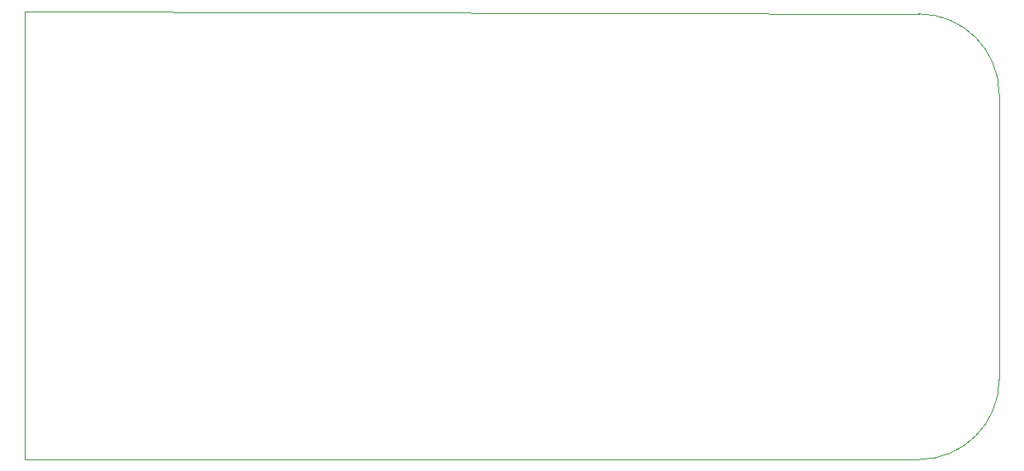
<source format=gbr>
%TF.GenerationSoftware,KiCad,Pcbnew,8.0.7*%
%TF.CreationDate,2024-12-28T13:40:39+03:00*%
%TF.ProjectId,FiveSwitch,46697665-5377-4697-9463-682e6b696361,rev?*%
%TF.SameCoordinates,Original*%
%TF.FileFunction,Profile,NP*%
%FSLAX46Y46*%
G04 Gerber Fmt 4.6, Leading zero omitted, Abs format (unit mm)*
G04 Created by KiCad (PCBNEW 8.0.7) date 2024-12-28 13:40:39*
%MOMM*%
%LPD*%
G01*
G04 APERTURE LIST*
%TA.AperFunction,Profile*%
%ADD10C,0.050000*%
%TD*%
G04 APERTURE END LIST*
D10*
X99250000Y-50750000D02*
X191000000Y-51000000D01*
X99250000Y-96750000D02*
X99250000Y-50750000D01*
X191000000Y-51000000D02*
G75*
G02*
X199250000Y-59250000I0J-8250000D01*
G01*
X199250000Y-88500000D02*
G75*
G02*
X191000000Y-96750000I-8250000J0D01*
G01*
X99250000Y-96750000D02*
X191000000Y-96750000D01*
X199250000Y-59250000D02*
X199250000Y-88500000D01*
M02*

</source>
